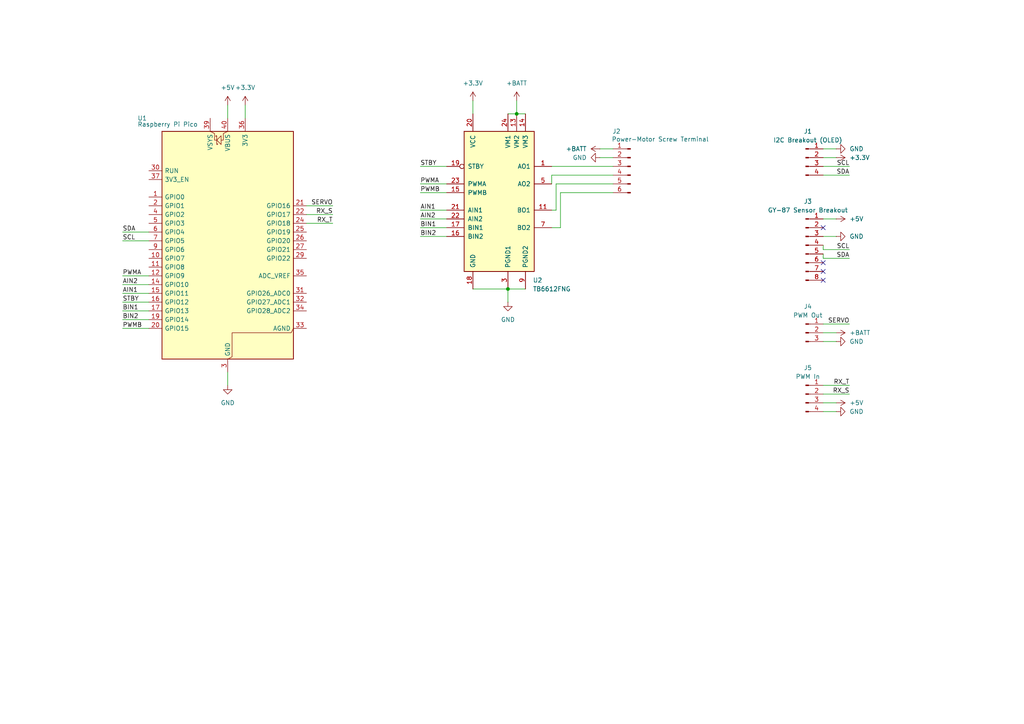
<source format=kicad_sch>
(kicad_sch (version 20250114) (generator "eeschema") (generator_version "9.0")
  (paper "A4")
  (title_block (title "WRO Peripherals Board ") (date "2025-06-26") (rev "1") (company "DIY Labs"))
  (lib_symbols
    (symbol "Connector:Conn_01x03_Pin" (pin_names (offset 1.016) (hide yes))
      (property "Reference" "J" (at 0 5.08 0))
      (property "Value" "Conn_01x03_Pin" (at 0 -5.08 0))
      (symbol "Conn_01x03_Pin_1_1"
        (rectangle (start 0.8636 2.667) (end 0 2.413) (stroke (width 0.1524)) (fill (type outline)))
        (rectangle (start 0.8636 0.127) (end 0 -0.127) (stroke (width 0.1524)) (fill (type outline)))
        (rectangle (start 0.8636 -2.413) (end 0 -2.667) (stroke (width 0.1524)) (fill (type outline)))
        (polyline (pts (xy 1.27 2.54) (xy 0.8636 2.54)) (stroke (width 0.1524)))
        (polyline (pts (xy 1.27 0) (xy 0.8636 0)) (stroke (width 0.1524)))
        (polyline (pts (xy 1.27 -2.54) (xy 0.8636 -2.54)) (stroke (width 0.1524)))
        (pin passive line (at 5.08 2.54 180) (length 3.81) (name "Pin_1") (number "1"))
        (pin passive line (at 5.08 0 180) (length 3.81) (name "Pin_2") (number "2"))
        (pin passive line (at 5.08 -2.54 180) (length 3.81) (name "Pin_3") (number "3"))
      )
    )
    (symbol "Connector:Conn_01x04_Pin" (pin_names (offset 1.016) (hide yes))
      (property "Reference" "J" (at 0 5.08 0))
      (property "Value" "Conn_01x04_Pin" (at 0 -7.62 0))
      (symbol "Conn_01x04_Pin_1_1"
        (rectangle (start 0.8636 2.667) (end 0 2.413) (stroke (width 0.1524)) (fill (type outline)))
        (rectangle (start 0.8636 0.127) (end 0 -0.127) (stroke (width 0.1524)) (fill (type outline)))
        (rectangle (start 0.8636 -2.413) (end 0 -2.667) (stroke (width 0.1524)) (fill (type outline)))
        (rectangle (start 0.8636 -4.953) (end 0 -5.207) (stroke (width 0.1524)) (fill (type outline)))
        (polyline (pts (xy 1.27 2.54) (xy 0.8636 2.54)) (stroke (width 0.1524)))
        (polyline (pts (xy 1.27 0) (xy 0.8636 0)) (stroke (width 0.1524)))
        (polyline (pts (xy 1.27 -2.54) (xy 0.8636 -2.54)) (stroke (width 0.1524)))
        (polyline (pts (xy 1.27 -5.08) (xy 0.8636 -5.08)) (stroke (width 0.1524)))
        (pin passive line (at 5.08 2.54 180) (length 3.81) (name "Pin_1") (number "1"))
        (pin passive line (at 5.08 0 180) (length 3.81) (name "Pin_2") (number "2"))
        (pin passive line (at 5.08 -2.54 180) (length 3.81) (name "Pin_3") (number "3"))
        (pin passive line (at 5.08 -5.08 180) (length 3.81) (name "Pin_4") (number "4"))
      )
    )
    (symbol "Connector:Conn_01x06_Pin" (pin_names (offset 1.016) (hide yes))
      (property "Reference" "J" (at 0 7.62 0))
      (property "Value" "Conn_01x06_Pin" (at 0 -10.16 0))
      (symbol "Conn_01x06_Pin_1_1"
        (rectangle (start 0.8636 5.207) (end 0 4.953) (stroke (width 0.1524)) (fill (type outline)))
        (rectangle (start 0.8636 2.667) (end 0 2.413) (stroke (width 0.1524)) (fill (type outline)))
        (rectangle (start 0.8636 0.127) (end 0 -0.127) (stroke (width 0.1524)) (fill (type outline)))
        (rectangle (start 0.8636 -2.413) (end 0 -2.667) (stroke (width 0.1524)) (fill (type outline)))
        (rectangle (start 0.8636 -4.953) (end 0 -5.207) (stroke (width 0.1524)) (fill (type outline)))
        (rectangle (start 0.8636 -7.493) (end 0 -7.747) (stroke (width 0.1524)) (fill (type outline)))
        (polyline (pts (xy 1.27 5.08) (xy 0.8636 5.08)) (stroke (width 0.1524)))
        (polyline (pts (xy 1.27 2.54) (xy 0.8636 2.54)) (stroke (width 0.1524)))
        (polyline (pts (xy 1.27 0) (xy 0.8636 0)) (stroke (width 0.1524)))
        (polyline (pts (xy 1.27 -2.54) (xy 0.8636 -2.54)) (stroke (width 0.1524)))
        (polyline (pts (xy 1.27 -5.08) (xy 0.8636 -5.08)) (stroke (width 0.1524)))
        (polyline (pts (xy 1.27 -7.62) (xy 0.8636 -7.62)) (stroke (width 0.1524)))
        (pin passive line (at 5.08 5.08 180) (length 3.81) (name "Pin_1") (number "1"))
        (pin passive line (at 5.08 2.54 180) (length 3.81) (name "Pin_2") (number "2"))
        (pin passive line (at 5.08 0 180) (length 3.81) (name "Pin_3") (number "3"))
        (pin passive line (at 5.08 -2.54 180) (length 3.81) (name "Pin_4") (number "4"))
        (pin passive line (at 5.08 -5.08 180) (length 3.81) (name "Pin_5") (number "5"))
        (pin passive line (at 5.08 -7.62 180) (length 3.81) (name "Pin_6") (number "6"))
      )
    )
    (symbol "Connector:Conn_01x08_Pin" (pin_names (offset 1.016) (hide yes))
      (property "Reference" "J" (at 0 10.16 0))
      (property "Value" "Conn_01x08_Pin" (at 0 -12.7 0))
      (symbol "Conn_01x08_Pin_1_1"
        (rectangle (start 0.8636 7.747) (end 0 7.493) (stroke (width 0.1524)) (fill (type outline)))
        (rectangle (start 0.8636 5.207) (end 0 4.953) (stroke (width 0.1524)) (fill (type outline)))
        (rectangle (start 0.8636 2.667) (end 0 2.413) (stroke (width 0.1524)) (fill (type outline)))
        (rectangle (start 0.8636 0.127) (end 0 -0.127) (stroke (width 0.1524)) (fill (type outline)))
        (rectangle (start 0.8636 -2.413) (end 0 -2.667) (stroke (width 0.1524)) (fill (type outline)))
        (rectangle (start 0.8636 -4.953) (end 0 -5.207) (stroke (width 0.1524)) (fill (type outline)))
        (rectangle (start 0.8636 -7.493) (end 0 -7.747) (stroke (width 0.1524)) (fill (type outline)))
        (rectangle (start 0.8636 -10.033) (end 0 -10.287) (stroke (width 0.1524)) (fill (type outline)))
        (polyline (pts (xy 1.27 7.62) (xy 0.8636 7.62)) (stroke (width 0.1524)))
        (polyline (pts (xy 1.27 5.08) (xy 0.8636 5.08)) (stroke (width 0.1524)))
        (polyline (pts (xy 1.27 2.54) (xy 0.8636 2.54)) (stroke (width 0.1524)))
        (polyline (pts (xy 1.27 0) (xy 0.8636 0)) (stroke (width 0.1524)))
        (polyline (pts (xy 1.27 -2.54) (xy 0.8636 -2.54)) (stroke (width 0.1524)))
        (polyline (pts (xy 1.27 -5.08) (xy 0.8636 -5.08)) (stroke (width 0.1524)))
        (polyline (pts (xy 1.27 -7.62) (xy 0.8636 -7.62)) (stroke (width 0.1524)))
        (polyline (pts (xy 1.27 -10.16) (xy 0.8636 -10.16)) (stroke (width 0.1524)))
        (pin passive line (at 5.08 7.62 180) (length 3.81) (name "Pin_1") (number "1"))
        (pin passive line (at 5.08 5.08 180) (length 3.81) (name "Pin_2") (number "2"))
        (pin passive line (at 5.08 2.54 180) (length 3.81) (name "Pin_3") (number "3"))
        (pin passive line (at 5.08 0 180) (length 3.81) (name "Pin_4") (number "4"))
        (pin passive line (at 5.08 -2.54 180) (length 3.81) (name "Pin_5") (number "5"))
        (pin passive line (at 5.08 -5.08 180) (length 3.81) (name "Pin_6") (number "6"))
        (pin passive line (at 5.08 -7.62 180) (length 3.81) (name "Pin_7") (number "7"))
        (pin passive line (at 5.08 -10.16 180) (length 3.81) (name "Pin_8") (number "8"))
      )
    )
    (symbol "Driver_Motor:TB6612FNG" (pin_names (offset 1.016))
      (property "Reference" "U" (at 11.43 17.78 0))
      (property "Value" "TB6612FNG" (at 11.43 15.24 0))
      (symbol "TB6612FNG_0_1"
        (rectangle (start -10.16 20.32) (end 10.16 -20.32) (stroke (width 0.254)) (fill (type background)))
      )
      (symbol "TB6612FNG_1_1"
        (pin input inverted (at -15.24 10.16 0) (length 5.08) (name "STBY") (number "19"))
        (pin input line (at -15.24 5.08 0) (length 5.08) (name "PWMA") (number "23"))
        (pin input line (at -15.24 2.54 0) (length 5.08) (name "PWMB") (number "15"))
        (pin input line (at -15.24 -2.54 0) (length 5.08) (name "AIN1") (number "21"))
        (pin input line (at -15.24 -5.08 0) (length 5.08) (name "AIN2") (number "22"))
        (pin input line (at -15.24 -7.62 0) (length 5.08) (name "BIN1") (number "17"))
        (pin input line (at -15.24 -10.16 0) (length 5.08) (name "BIN2") (number "16"))
        (pin power_in line (at -7.62 25.4 270) (length 5.08) (name "VCC") (number "20"))
        (pin power_in line (at -7.62 -25.4 90) (length 5.08) (name "GND") (number "18"))
        (pin power_in line (at 2.54 25.4 270) (length 5.08) (name "VM1") (number "24"))
        (pin power_in line (at 2.54 -25.4 90) (length 5.08) (name "PGND1") (number "3"))
        (pin passive line (at 2.54 -25.4 90) (length 5.08) (hide yes) (name "PGND1") (number "4"))
        (pin power_in line (at 5.08 25.4 270) (length 5.08) (name "VM2") (number "13"))
        (pin power_in line (at 7.62 25.4 270) (length 5.08) (name "VM3") (number "14"))
        (pin passive line (at 7.62 -25.4 90) (length 5.08) (hide yes) (name "PGND2") (number "10"))
        (pin power_in line (at 7.62 -25.4 90) (length 5.08) (name "PGND2") (number "9"))
        (pin output line (at 15.24 10.16 180) (length 5.08) (name "AO1") (number "1"))
        (pin passive line (at 15.24 10.16 180) (length 5.08) (hide yes) (name "AO1") (number "2"))
        (pin output line (at 15.24 5.08 180) (length 5.08) (name "AO2") (number "5"))
        (pin passive line (at 15.24 5.08 180) (length 5.08) (hide yes) (name "AO2") (number "6"))
        (pin output line (at 15.24 -2.54 180) (length 5.08) (name "BO1") (number "11"))
        (pin passive line (at 15.24 -2.54 180) (length 5.08) (hide yes) (name "BO1") (number "12"))
        (pin output line (at 15.24 -7.62 180) (length 5.08) (name "BO2") (number "7"))
        (pin passive line (at 15.24 -7.62 180) (length 5.08) (hide yes) (name "BO2") (number "8"))
      )
    )
    (symbol "MCU_Module:RaspberryPi_Pico" (pin_names (offset 0.762))
      (property "Reference" "A" (at -19.05 35.56 0))
      (property "Value" "RaspberryPi_Pico" (at 7.62 35.56 0))
      (symbol "RaspberryPi_Pico_0_1"
        (rectangle (start -19.05 34.29) (end 19.05 -31.75) (stroke (width 0.254)) (fill (type background)))
        (polyline (pts (xy -5.08 34.29) (xy -3.81 33.655) (xy -3.81 31.75) (xy -3.175 31.75)))
        (polyline (pts (xy -3.429 32.766) (xy -3.429 33.02) (xy -3.175 33.02) (xy -3.175 30.48) (xy -2.921 30.48) (xy -2.921 30.734)))
        (polyline (pts (xy -3.175 31.75) (xy -1.905 33.02) (xy -1.905 30.48) (xy -3.175 31.75)))
        (polyline (pts (xy 0 34.29) (xy -1.27 33.655) (xy -1.27 31.75) (xy -1.905 31.75)))
        (polyline (pts (xy 0 -31.75) (xy 1.27 -31.115) (xy 1.27 -24.13) (xy 18.415 -24.13) (xy 19.05 -22.86)))
      )
      (symbol "RaspberryPi_Pico_1_1"
        (pin passive line (at -22.86 22.86 0) (length 3.81) (name "RUN") (number "30"))
        (pin passive line (at -22.86 20.32 0) (length 3.81) (name "3V3_EN") (number "37"))
        (pin bidirectional line (at -22.86 15.24 0) (length 3.81) (name "GPIO0") (number "1"))
        (pin bidirectional line (at -22.86 12.7 0) (length 3.81) (name "GPIO1") (number "2"))
        (pin bidirectional line (at -22.86 10.16 0) (length 3.81) (name "GPIO2") (number "4"))
        (pin bidirectional line (at -22.86 7.62 0) (length 3.81) (name "GPIO3") (number "5"))
        (pin bidirectional line (at -22.86 5.08 0) (length 3.81) (name "GPIO4") (number "6"))
        (pin bidirectional line (at -22.86 2.54 0) (length 3.81) (name "GPIO5") (number "7"))
        (pin bidirectional line (at -22.86 0 0) (length 3.81) (name "GPIO6") (number "9"))
        (pin bidirectional line (at -22.86 -2.54 0) (length 3.81) (name "GPIO7") (number "10"))
        (pin bidirectional line (at -22.86 -5.08 0) (length 3.81) (name "GPIO8") (number "11"))
        (pin bidirectional line (at -22.86 -7.62 0) (length 3.81) (name "GPIO9") (number "12"))
        (pin bidirectional line (at -22.86 -10.16 0) (length 3.81) (name "GPIO10") (number "14"))
        (pin bidirectional line (at -22.86 -12.7 0) (length 3.81) (name "GPIO11") (number "15"))
        (pin bidirectional line (at -22.86 -15.24 0) (length 3.81) (name "GPIO12") (number "16"))
        (pin bidirectional line (at -22.86 -17.78 0) (length 3.81) (name "GPIO13") (number "17"))
        (pin bidirectional line (at -22.86 -20.32 0) (length 3.81) (name "GPIO14") (number "19"))
        (pin bidirectional line (at -22.86 -22.86 0) (length 3.81) (name "GPIO15") (number "20"))
        (pin power_in line (at -5.08 38.1 270) (length 3.81) (name "VSYS") (number "39"))
        (pin power_out line (at 0 38.1 270) (length 3.81) (name "VBUS") (number "40"))
        (pin passive line (at 0 -35.56 90) (length 3.81) (hide yes) (name "GND") (number "13"))
        (pin passive line (at 0 -35.56 90) (length 3.81) (hide yes) (name "GND") (number "18"))
        (pin passive line (at 0 -35.56 90) (length 3.81) (hide yes) (name "GND") (number "23"))
        (pin passive line (at 0 -35.56 90) (length 3.81) (hide yes) (name "GND") (number "28"))
        (pin power_out line (at 0 -35.56 90) (length 3.81) (name "GND") (number "3"))
        (pin passive line (at 0 -35.56 90) (length 3.81) (hide yes) (name "GND") (number "38"))
        (pin passive line (at 0 -35.56 90) (length 3.81) (hide yes) (name "GND") (number "8"))
        (pin power_out line (at 5.08 38.1 270) (length 3.81) (name "3V3") (number "36"))
        (pin bidirectional line (at 22.86 12.7 180) (length 3.81) (name "GPIO16") (number "21"))
        (pin bidirectional line (at 22.86 10.16 180) (length 3.81) (name "GPIO17") (number "22"))
        (pin bidirectional line (at 22.86 7.62 180) (length 3.81) (name "GPIO18") (number "24"))
        (pin bidirectional line (at 22.86 5.08 180) (length 3.81) (name "GPIO19") (number "25"))
        (pin bidirectional line (at 22.86 2.54 180) (length 3.81) (name "GPIO20") (number "26"))
        (pin bidirectional line (at 22.86 0 180) (length 3.81) (name "GPIO21") (number "27"))
        (pin bidirectional line (at 22.86 -2.54 180) (length 3.81) (name "GPIO22") (number "29"))
        (pin power_in line (at 22.86 -7.62 180) (length 3.81) (name "ADC_VREF") (number "35"))
        (pin bidirectional line (at 22.86 -12.7 180) (length 3.81) (name "GPIO26_ADC0") (number "31"))
        (pin bidirectional line (at 22.86 -15.24 180) (length 3.81) (name "GPIO27_ADC1") (number "32"))
        (pin bidirectional line (at 22.86 -17.78 180) (length 3.81) (name "GPIO28_ADC2") (number "34"))
        (pin power_out line (at 22.86 -22.86 180) (length 3.81) (name "AGND") (number "33"))
      )
    )
    (symbol "power:+3.3V" (power) (pin_numbers (hide yes)) (pin_names (offset 0) (hide yes))
      (property "Value" "+3.3V" (at 0 3.556 0))
      (symbol "+3.3V_0_1"
        (polyline (pts (xy -0.762 1.27) (xy 0 2.54)))
        (polyline (pts (xy 0 2.54) (xy 0.762 1.27)))
        (polyline (pts (xy 0 0) (xy 0 2.54)))
      )
      (symbol "+3.3V_1_1"
        (pin power_in line (at 0 0 90) (length 0) (name "~") (number "1"))
      )
    )
    (symbol "power:+5V" (power) (pin_numbers (hide yes)) (pin_names (offset 0) (hide yes))
      (property "Value" "+5V" (at 0 3.556 0))
      (symbol "+5V_0_1"
        (polyline (pts (xy -0.762 1.27) (xy 0 2.54)))
        (polyline (pts (xy 0 2.54) (xy 0.762 1.27)))
        (polyline (pts (xy 0 0) (xy 0 2.54)))
      )
      (symbol "+5V_1_1"
        (pin power_in line (at 0 0 90) (length 0) (name "~") (number "1"))
      )
    )
    (symbol "power:+BATT" (power) (pin_numbers (hide yes)) (pin_names (offset 0) (hide yes))
      (property "Value" "+BATT" (at 0 3.556 0))
      (symbol "+BATT_0_1"
        (polyline (pts (xy -0.762 1.27) (xy 0 2.54)))
        (polyline (pts (xy 0 2.54) (xy 0.762 1.27)))
        (polyline (pts (xy 0 0) (xy 0 2.54)))
      )
      (symbol "+BATT_1_1"
        (pin power_in line (at 0 0 90) (length 0) (name "~") (number "1"))
      )
    )
    (symbol "power:GND" (power) (pin_numbers (hide yes)) (pin_names (offset 0) (hide yes))
      (property "Value" "GND" (at 0 -3.81 0))
      (symbol "GND_0_1"
        (polyline (pts (xy 0 0) (xy 0 -1.27) (xy 1.27 -1.27) (xy 0 -2.54) (xy -1.27 -1.27) (xy 0 -1.27)))
      )
      (symbol "GND_1_1"
        (pin power_in line (at 0 0 270) (length 0) (name "~") (number "1"))
      )
    )
  )
  (junction (at 149.86 33.02))
  (junction (at 147.32 83.82))
  (no_connect (at 238.76 81.28))
  (no_connect (at 238.76 76.2))
  (no_connect (at 238.76 78.74))
  (no_connect (at 238.76 66.04))
  (wire (pts (xy 238.76 114.3) (xy 246.38 114.3)))
  (wire (pts (xy 238.76 43.18) (xy 242.57 43.18)))
  (wire (pts (xy 238.76 119.38) (xy 242.57 119.38)))
  (wire (pts (xy 35.56 85.09) (xy 43.18 85.09)))
  (wire (pts (xy 238.76 99.06) (xy 242.57 99.06)))
  (wire (pts (xy 238.76 72.39) (xy 246.38 72.39)))
  (wire (pts (xy 162.56 66.04) (xy 160.02 66.04)))
  (wire (pts (xy 121.92 55.88) (xy 129.54 55.88)))
  (wire (pts (xy 121.92 63.5) (xy 129.54 63.5)))
  (wire (pts (xy 238.76 63.5) (xy 242.57 63.5)))
  (wire (pts (xy 147.32 33.02) (xy 149.86 33.02)))
  (wire (pts (xy 160.02 50.8) (xy 177.8 50.8)))
  (wire (pts (xy 177.8 43.18) (xy 173.99 43.18)))
  (wire (pts (xy 137.16 29.21) (xy 137.16 33.02)))
  (wire (pts (xy 121.92 53.34) (xy 129.54 53.34)))
  (wire (pts (xy 238.76 116.84) (xy 242.57 116.84)))
  (wire (pts (xy 160.02 53.34) (xy 160.02 50.8)))
  (wire (pts (xy 161.29 60.96) (xy 160.02 60.96)))
  (wire (pts (xy 66.04 107.95) (xy 66.04 111.76)))
  (wire (pts (xy 147.32 83.82) (xy 147.32 87.63)))
  (wire (pts (xy 160.02 48.26) (xy 177.8 48.26)))
  (wire (pts (xy 35.56 82.55) (xy 43.18 82.55)))
  (wire (pts (xy 238.76 111.76) (xy 246.38 111.76)))
  (wire (pts (xy 238.76 93.98) (xy 246.38 93.98)))
  (wire (pts (xy 35.56 90.17) (xy 43.18 90.17)))
  (wire (pts (xy 35.56 80.01) (xy 43.18 80.01)))
  (wire (pts (xy 162.56 55.88) (xy 162.56 66.04)))
  (wire (pts (xy 121.92 60.96) (xy 129.54 60.96)))
  (wire (pts (xy 35.56 67.31) (xy 43.18 67.31)))
  (wire (pts (xy 238.76 68.58) (xy 242.57 68.58)))
  (wire (pts (xy 238.76 50.8) (xy 246.38 50.8)))
  (wire (pts (xy 177.8 55.88) (xy 162.56 55.88)))
  (wire (pts (xy 35.56 92.71) (xy 43.18 92.71)))
  (wire (pts (xy 238.76 48.26) (xy 246.38 48.26)))
  (wire (pts (xy 71.12 30.48) (xy 71.12 34.29)))
  (wire (pts (xy 177.8 53.34) (xy 161.29 53.34)))
  (wire (pts (xy 88.9 62.23) (xy 96.52 62.23)))
  (wire (pts (xy 177.8 45.72) (xy 173.99 45.72)))
  (wire (pts (xy 238.76 96.52) (xy 242.57 96.52)))
  (wire (pts (xy 88.9 64.77) (xy 96.52 64.77)))
  (wire (pts (xy 238.76 74.93) (xy 246.38 74.93)))
  (wire (pts (xy 238.76 72.39) (xy 238.76 71.12)))
  (wire (pts (xy 238.76 74.93) (xy 238.76 73.66)))
  (wire (pts (xy 161.29 53.34) (xy 161.29 60.96)))
  (wire (pts (xy 149.86 33.02) (xy 152.4 33.02)))
  (wire (pts (xy 88.9 59.69) (xy 96.52 59.69)))
  (wire (pts (xy 137.16 83.82) (xy 147.32 83.82)))
  (wire (pts (xy 66.04 30.48) (xy 66.04 34.29)))
  (wire (pts (xy 35.56 95.25) (xy 43.18 95.25)))
  (wire (pts (xy 147.32 83.82) (xy 152.4 83.82)))
  (wire (pts (xy 35.56 87.63) (xy 43.18 87.63)))
  (wire (pts (xy 121.92 48.26) (xy 129.54 48.26)))
  (wire (pts (xy 35.56 69.85) (xy 43.18 69.85)))
  (wire (pts (xy 149.86 29.21) (xy 149.86 33.02)))
  (wire (pts (xy 238.76 45.72) (xy 242.57 45.72)))
  (wire (pts (xy 121.92 66.04) (xy 129.54 66.04)))
  (wire (pts (xy 121.92 68.58) (xy 129.54 68.58)))
  (label "AIN1" (at 35.56 85.09 0))
  (label "STBY" (at 35.56 87.63 0))
  (label "BIN1" (at 35.56 90.17 0))
  (label "RX_S" (at 246.38 114.3 180))
  (label "PWMA" (at 121.92 53.34 0))
  (label "RX_T" (at 246.38 111.76 180))
  (label "BIN1" (at 121.92 66.04 0))
  (label "SDA" (at 246.38 74.93 180))
  (label "SCL" (at 246.38 72.39 180))
  (label "AIN2" (at 35.56 82.55 0))
  (label "PWMB" (at 35.56 95.25 0))
  (label "SDA" (at 246.38 50.8 180))
  (label "AIN2" (at 121.92 63.5 0))
  (label "SDA" (at 35.56 67.31 0))
  (label "BIN2" (at 35.56 92.71 0))
  (label "SCL" (at 35.56 69.85 0))
  (label "AIN1" (at 121.92 60.96 0))
  (label "BIN2" (at 121.92 68.58 0))
  (label "RX_S" (at 96.52 62.23 180))
  (label "SCL" (at 246.38 48.26 180))
  (label "PWMB" (at 121.92 55.88 0))
  (label "PWMA" (at 35.56 80.01 0))
  (label "STBY" (at 121.92 48.26 0))
  (label "RX_T" (at 96.52 64.77 180))
  (label "SERVO" (at 246.38 93.98 180))
  (label "SERVO" (at 96.52 59.69 180))
  (symbol (lib_id "Connector:Conn_01x04_Pin") (at 233.68 114.3 0) (unit 1)
    (property "Reference" "J5" (at 234.315 106.68 0))
    (property "Value" "PWM In" (at 234.315 109.22 0))
    (property "Description" "Generic connector, single row, 01x04, script generated" (effects (hide yes)))
  )
  (symbol (lib_id "power:GND") (at 147.32 87.63 0) (unit 1)
    (property "Reference" "#PWR04" (effects (hide yes)))
    (property "Value" "GND" (at 147.32 92.71 0))
    (property "Description" "Power symbol creates a global label with name \"GND\" , ground" (effects (hide yes)))
  )
  (symbol (lib_id "power:+5V") (at 242.57 116.84 270) (unit 1)
    (property "Reference" "#PWR013" (effects (hide yes)))
    (property "Value" "+5V" (at 246.38 116.8399 90) (effects (justify left)))
    (property "Description" "Power symbol creates a global label with name \"+5V\"" (effects (hide yes)))
  )
  (symbol (lib_id "power:GND") (at 242.57 99.06 90) (unit 1)
    (property "Reference" "#PWR09" (effects (hide yes)))
    (property "Value" "GND" (at 246.38 99.0599 90) (effects (justify right)))
    (property "Description" "Power symbol creates a global label with name \"GND\" , ground" (effects (hide yes)))
  )
  (symbol (lib_id "power:GND") (at 173.99 45.72 270) (unit 1)
    (property "Reference" "#PWR08" (effects (hide yes)))
    (property "Value" "GND" (at 170.18 45.7199 90) (effects (justify right)))
    (property "Description" "Power symbol creates a global label with name \"GND\" , ground" (effects (hide yes)))
  )
  (symbol (lib_id "Connector:Conn_01x06_Pin") (at 182.88 48.26 0) (mirror y) (unit 1)
    (property "Reference" "J2" (at 178.816 38.1 0))
    (property "Value" "Power-Motor Screw Terminal" (at 191.516 40.386 0))
    (property "Description" "Generic connector, single row, 01x06, script generated" (effects (hide yes)))
  )
  (symbol (lib_id "power:+BATT") (at 242.57 96.52 270) (unit 1)
    (property "Reference" "#PWR010" (effects (hide yes)))
    (property "Value" "+BATT" (at 246.38 96.5199 90) (effects (justify left)))
    (property "Description" "Power symbol creates a global label with name \"+BATT\"" (effects (hide yes)))
  )
  (symbol (lib_id "power:+BATT") (at 173.99 43.18 90) (unit 1)
    (property "Reference" "#PWR07" (effects (hide yes)))
    (property "Value" "+BATT" (at 170.18 43.1799 90) (effects (justify left)))
    (property "Description" "Power symbol creates a global label with name \"+BATT\"" (effects (hide yes)))
  )
  (symbol (lib_id "power:+5V") (at 242.57 63.5 270) (unit 1)
    (property "Reference" "#PWR016" (effects (hide yes)))
    (property "Value" "+5V" (at 246.38 63.4999 90) (effects (justify left)))
    (property "Description" "Power symbol creates a global label with name \"+5V\"" (effects (hide yes)))
  )
  (symbol (lib_id "power:GND") (at 66.04 111.76 0) (unit 1)
    (property "Reference" "#PWR06" (effects (hide yes)))
    (property "Value" "GND" (at 66.04 116.84 0))
    (property "Description" "Power symbol creates a global label with name \"GND\" , ground" (effects (hide yes)))
  )
  (symbol (lib_id "power:GND") (at 242.57 43.18 90) (unit 1)
    (property "Reference" "#PWR011" (effects (hide yes)))
    (property "Value" "GND" (at 246.38 43.1799 90) (effects (justify right)))
    (property "Description" "Power symbol creates a global label with name \"GND\" , ground" (effects (hide yes)))
  )
  (symbol (lib_id "Connector:Conn_01x08_Pin") (at 233.68 71.12 0) (unit 1)
    (property "Reference" "J3" (at 234.315 58.42 0))
    (property "Value" "GY-87 Sensor Breakout" (at 234.315 60.96 0))
    (property "Description" "Generic connector, single row, 01x08, script generated" (effects (hide yes)))
  )
  (symbol (lib_id "power:+3.3V") (at 242.57 45.72 270) (unit 1)
    (property "Reference" "#PWR012" (effects (hide yes)))
    (property "Value" "+3.3V" (at 246.38 45.7199 90) (effects (justify left)))
    (property "Description" "Power symbol creates a global label with name \"+3.3V\"" (effects (hide yes)))
  )
  (symbol (lib_id "power:GND") (at 242.57 119.38 90) (unit 1)
    (property "Reference" "#PWR014" (effects (hide yes)))
    (property "Value" "GND" (at 246.38 119.3799 90) (effects (justify right)))
    (property "Description" "Power symbol creates a global label with name \"GND\" , ground" (effects (hide yes)))
  )
  (symbol (lib_id "MCU_Module:RaspberryPi_Pico") (at 66.04 72.39 0) (unit 1)
    (property "Reference" "U1" (at 39.878 34.29 0) (effects (justify left)))
    (property "Value" "Raspberry Pi Pico" (at 39.878 36.068 0) (effects (justify left)))
    (property "Footprint" "Module:RaspberryPi_Pico_Common_Unspecified" (effects (hide yes)))
    (property "Datasheet" "https://datasheets.raspberrypi.com/pico/pico-datasheet.pdf" (effects (hide yes)))
    (property "Description" "Versatile and inexpensive microcontroller module powered by RP2040 dual-core Arm Cortex-M0+ processor up to 133 MHz, 264kB SRAM, 2MB QSPI flash; also supports Raspberry Pi Pico 2" (effects (hide yes)))
  )
  (symbol (lib_id "power:+3.3V") (at 71.12 30.48 0) (unit 1)
    (property "Reference" "#PWR05" (effects (hide yes)))
    (property "Value" "+3.3V" (at 71.12 25.4 0))
    (property "Description" "Power symbol creates a global label with name \"+3.3V\"" (effects (hide yes)))
  )
  (symbol (lib_id "Driver_Motor:TB6612FNG") (at 144.78 58.42 0) (unit 1)
    (property "Reference" "U2" (at 154.5433 81.28 0) (effects (justify left)))
    (property "Value" "TB6612FNG" (at 154.5433 83.82 0) (effects (justify left)))
    (property "Footprint" "Package_SO:SSOP-24_5.3x8.2mm_P0.65mm" (effects (hide yes)))
    (property "Datasheet" "https://toshiba.semicon-storage.com/us/product/linear/motordriver/detail.TB6612FNG.html" (effects (hide yes)))
    (property "Description" "Driver IC for Dual DC motor, SSOP-24" (effects (hide yes)))
  )
  (symbol (lib_id "power:+5V") (at 66.04 30.48 0) (unit 1)
    (property "Reference" "#PWR02" (effects (hide yes)))
    (property "Value" "+5V" (at 66.04 25.4 0))
    (property "Description" "Power symbol creates a global label with name \"+5V\"" (effects (hide yes)))
  )
  (symbol (lib_id "Connector:Conn_01x03_Pin") (at 233.68 96.52 0) (unit 1)
    (property "Reference" "J4" (at 234.315 88.9 0))
    (property "Value" "PWM Out" (at 234.315 91.44 0))
    (property "Description" "Generic connector, single row, 01x03, script generated" (effects (hide yes)))
  )
  (symbol (lib_id "power:+3.3V") (at 137.16 29.21 0) (unit 1)
    (property "Reference" "#PWR01" (effects (hide yes)))
    (property "Value" "+3.3V" (at 137.16 24.13 0))
    (property "Description" "Power symbol creates a global label with name \"+3.3V\"" (effects (hide yes)))
  )
  (symbol (lib_id "Connector:Conn_01x04_Pin") (at 233.68 45.72 0) (unit 1)
    (property "Reference" "J1" (at 234.315 38.1 0))
    (property "Value" "I2C Breakout (OLED)" (at 234.315 40.64 0))
    (property "Description" "Generic connector, single row, 01x04, script generated" (effects (hide yes)))
  )
  (symbol (lib_id "power:GND") (at 242.57 68.58 90) (unit 1)
    (property "Reference" "#PWR015" (effects (hide yes)))
    (property "Value" "GND" (at 246.38 68.5799 90) (effects (justify right)))
    (property "Description" "Power symbol creates a global label with name \"GND\" , ground" (effects (hide yes)))
  )
  (symbol (lib_id "power:+BATT") (at 149.86 29.21 0) (unit 1)
    (property "Reference" "#PWR03" (effects (hide yes)))
    (property "Value" "+BATT" (at 149.86 24.13 0))
    (property "Description" "Power symbol creates a global label with name \"+BATT\"" (effects (hide yes)))
  )
)
</source>
